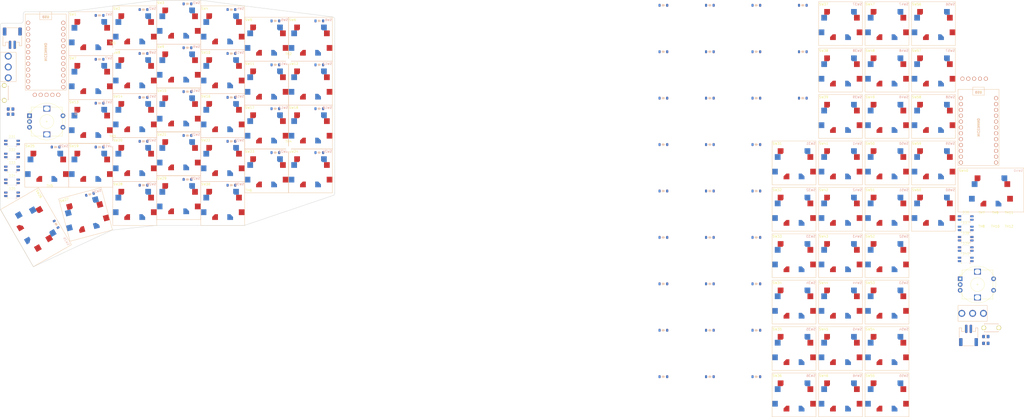
<source format=kicad_pcb>
(kicad_pcb (version 20221018) (generator pcbnew)
  (layers (0 "F.Cu" signal) (31 "B.Cu" signal) (34 "B.Paste" user) (35 "F.Paste" user) (36 "B.SilkS" user "B.Silkscreen") (37 "F.SilkS" user "F.Silkscreen") (38 "B.Mask" user) (39 "F.Mask" user) (44 "Edge.Cuts" user))
  (net 0 "")
  (net 1 "Net-(D1-A)")
  (net 2 "row4")
  (net 3 "row0")
  (net 4 "row1")
  (net 5 "Net-(D2-A)")
  (net 6 "row2")
  (net 7 "Net-(D3-A)")
  (net 8 "row3")
  (net 9 "Net-(D4-A)")
  (net 10 "Net-(D5-A)")
  (net 11 "Net-(D6-A)")
  (net 12 "Net-(D7-A)")
  (net 13 "Net-(D8-A)")
  (net 14 "Net-(D9-A)")
  (net 15 "VCC")
  (net 16 "GND")
  (net 17 "col0")
  (net 18 "col1")
  (net 19 "col2")
  (net 20 "col3")
  (net 21 "col4")
  (net 22 "SDA")
  (net 23 "LED")
  (net 24 "SCL")
  (net 25 "RESET")
  (net 26 "Net-(D10-A)")
  (net 27 "Net-(D11-A)")
  (net 28 "Net-(D12-A)")
  (net 29 "Net-(D13-A)")
  (net 30 "Net-(D14-A)")
  (net 31 "Net-(D15-A)")
  (net 32 "Net-(D25-A)")
  (net 33 "col5")
  (net 34 "ENCB")
  (net 35 "ENCA")
  (net 36 "Net-(D16-A)")
  (net 37 "Net-(D17-A)")
  (net 38 "Net-(D18-A)")
  (net 39 "Net-(D20-A)")
  (net 40 "Net-(D21-A)")
  (net 41 "Net-(D22-A)")
  (net 42 "Net-(D23-A)")
  (net 43 "Net-(D24-A)")
  (net 44 "Net-(D26-A)")
  (net 45 "Net-(D27-A)")
  (net 46 "Net-(D28-A)")
  (net 47 "Net-(D29-A)")
  (net 48 "Net-(D30-A)")
  (net 49 "Net-(D19-A)")
  (net 51 "Net-(D36-DOUT)")
  (net 52 "Net-(D37-DOUT)")
  (net 53 "Net-(D38-DOUT)")
  (net 54 "Net-(D39-DOUT)")
  (net 56 "Net-(D41-A)")
  (net 57 "Net-(D42-A)")
  (net 58 "Net-(D43-A)")
  (net 59 "Net-(D44-A)")
  (net 60 "Net-(D45-A)")
  (net 61 "Net-(D46-A)")
  (net 62 "BATT+")
  (net 63 "Net-(D47-A)")
  (net 64 "Net-(D48-A)")
  (net 65 "Net-(D49-A)")
  (net 66 "Net-(D50-A)")
  (net 67 "Net-(D51-A)")
  (net 68 "Net-(D52-A)")
  (net 69 "Net-(D53-A)")
  (net 70 "Net-(D54-A)")
  (net 71 "Net-(D55-A)")
  (net 72 "Net-(D56-A)")
  (net 73 "Net-(D57-A)")
  (net 74 "Net-(D58-A)")
  (net 75 "CS")
  (net 76 "Net-(D59-A)")
  (net 77 "Net-(D60-A)")
  (net 78 "Net-(D31-DOUT)")
  (net 79 "Net-(D32-DOUT)")
  (net 80 "Net-(D33-DOUT)")
  (net 81 "Net-(D34-DOUT)")
  (net 83 "Net-(J2-Pin_1)")
  (net 84 "Net-(D61-A)")
  (net 85 "Net-(D62-A)")
  (net 86 "Net-(D63-A)")
  (net 87 "Net-(D64-A)")
  (net 88 "Net-(D65-A)")
  (net 89 "Net-(D66-A)")
  (net 90 "Net-(D67-A)")
  (net 91 "Net-(D68-A)")
  (net 92 "Net-(D69-A)")
  (net 93 "Net-(D70-A)")
  (net 94 "Net-(J4-Pin_1)")
  (footprint "Mechanical_Switches:R_0805_2012Metric_Pad1.20x1.40mm_HandSolder_dualside" (layer "F.Cu") (at 85.725 84.975)
    (fp_text reference "R1" hide)
    (fp_text value "R" hide)
  )
  (footprint "Mechanical_Switches:R_0805_2012Metric_Pad1.20x1.40mm_HandSolder_dualside" (layer "F.Cu") (at 85.725 82.725)
    (fp_text reference "R2" hide)
    (fp_text value "R" hide)
  )
  (footprint "MountingHole:MountingHole_2.2mm_M2" (layer "F.Cu") (at 129.975 97.725)
    (fp_text reference "TH3")
    (fp_text value "HOLE")
  )
  (footprint "MountingHole:MountingHole_2.2mm_M2" (layer "F.Cu") (at 206.225 99.975)
    (fp_text reference "TH4")
    (fp_text value "HOLE")
  )
  (footprint "MountingHole:MountingHole_2.2mm_M2" (layer "F.Cu") (at 102.725 119.225)
    (fp_text reference "TH5")
    (fp_text value "HOLE")
  )
  (footprint "Mechanical_Switches:ResetSW_DualSide" (layer "F.Cu") (at 82.975 75.725 -90)
    (fp_text reference "RSW1" hide)
    (fp_text value "SW_RST" hide)
  )
  (footprint "Mechanical_Switches:Diode_SOD-123(dual side)" (layer "F.Cu") (at 120.5 50)
    (fp_text reference "D1" hide)
    (fp_text value "D")
  )
  (footprint "Mechanical_Switches:Diode_SOD-123(dual side)" (layer "F.Cu") (at 139.55 47.5)
    (fp_text reference "D2" hide)
    (fp_text value "D")
  )
  (footprint "Mechanical_Switches:Diode_SOD-123(dual side)" (layer "F.Cu") (at 158.6 45)
    (fp_text reference "D3" hide)
    (fp_text value "D")
  )
  (footprint "Mechanical_Switches:Diode_SOD-123(dual side)" (layer "F.Cu") (at 177.65 47.5)
    (fp_text reference "D4" hide)
    (fp_text value "D")
  )
  (footprint "Mechanical_Switches:Diode_SOD-123(dual side)" (layer "F.Cu") (at 196.7 52.4)
    (fp_text reference "D5" hide)
    (fp_text value "D")
  )
  (footprint "Mechanical_Switches:Diode_SOD-123(dual side)" (layer "F.Cu") (at 215.75 52.4)
    (fp_text reference "D6" hide)
    (fp_text value "D")
  )
  (footprint "Mechanical_Switches:Diode_SOD-123(dual side)" (layer "F.Cu") (at 120.5 69.05)
    (fp_text reference "D7" hide)
    (fp_text value "D")
  )
  (footprint "Mechanical_Switches:Diode_SOD-123(dual side)" (layer "F.Cu") (at 139.55 66.55)
    (fp_text reference "D8" hide)
    (fp_text value "D")
  )
  (footprint "Mechanical_Switches:Diode_SOD-123(dual side)" (layer "F.Cu") (at 158.6 64.05)
    (fp_text reference "D9" hide)
    (fp_text value "D")
  )
  (footprint "Mechanical_Switches:Diode_SOD-123(dual side)" (layer "F.Cu") (at 177.65 66.55)
    (fp_text reference "D10" hide)
    (fp_text value "D")
  )
  (footprint "Mechanical_Switches:Diode_SOD-123(dual side)" (layer "F.Cu") (at 196.7 71.45)
    (fp_text reference "D11" hide)
    (fp_text value "D")
  )
  (footprint "Mechanical_Switches:Diode_SOD-123(dual side)" (layer "F.Cu") (at 215.75 71.45)
    (fp_text reference "D12" hide)
    (fp_text value "D")
  )
  (footprint "Mechanical_Switches:Diode_SOD-123(dual side)" (layer "F.Cu") (at 120.5 88.1)
    (fp_text reference "D13" hide)
    (fp_text value "D")
  )
  (footprint "Mechanical_Switches:Diode_SOD-123(dual side)" (layer "F.Cu") (at 139.55 85.6)
    (fp_text reference "D14" hide)
    (fp_text value "D")
  )
  (footprint "Mechanical_Switches:Diode_SOD-123(dual side)" (layer "F.Cu") (at 158.6 83.1)
    (fp_text reference "D15" hide)
    (fp_text value "D")
  )
  (footprint "Mechanical_Switches:Diode_SOD-123(dual side)" (layer "F.Cu") (at 177.65 85.6)
    (fp_text reference "D16" hide)
    (fp_text value "D")
  )
  (footprint "Mechanical_Switches:Diode_SOD-123(dual side)" (layer "F.Cu") (at 196.7 90.5)
    (fp_text reference "D17" hide)
    (fp_text value "D")
  )
  (footprint "Mechanical_Switches:Diode_SOD-123(dual side)" (layer "F.Cu") (at 215.75 90.5)
    (fp_text reference "D18" hide)
    (fp_text value "D")
  )
  (footprint "Mechanical_Switches:Diode_SOD-123(dual side)" (layer "F.Cu") (at 120.5 107.15)
    (fp_text reference "D19" hide)
    (fp_text value "D")
  )
  (footprint "Mechanical_Switches:Diode_SOD-123(dual side)" (layer "F.Cu") (at 139.55 104.65)
    (fp_text reference "D20" hide)
    (fp_text value "D")
  )
  (footprint "Mechanical_Switches:Diode_SOD-123(dual side)" (layer "F.Cu") (at 158.6 102.15)
    (fp_text reference "D21" hide)
    (fp_text value "D")
  )
  (footprint "Mechanical_Switches:Diode_SOD-123(dual side)" (layer "F.Cu") (at 177.65 104.65)
    (fp_text reference "D22" hide)
    (fp_text value "D")
  )
  (footprint "Mechanical_Switches:Diode_SOD-123(dual side)" (layer "F.Cu") (at 196.7 109.55)
    (fp_text reference "D23" hide)
    (fp_text value "D")
  )
  (footprint "Mechanical_Switches:Diode_SOD-123(dual side)" (layer "F.Cu") (at 215.75 109.55)
    (fp_text reference "D24" hide)
    (fp_text value "D")
  )
  (footprint "Mechanical_Switches:Diode_SOD-123(dual side)" (layer "F.Cu") (at 101.45 107.15)
    (fp_text reference "D25" hide)
    (fp_text value "D")
  )
  (footprint "Mechanical_Switches:Diode_SOD-123(dual side)" (layer "F.Cu") (at 96.71 133.4 -60)
    (fp_text reference "D26" hide)
    (fp_text value "D")
  )
  (footprint "Mechanical_Switches:Diode_SOD-123(dual side)" (layer "F.Cu") (at 118.5 128.4 15)
    (fp_text reference "D27" hide)
    (fp_text value "D")
  )
  (footprint "Mechanical_Switches:Diode_SOD-123(dual side)" (layer "F.Cu") (at 139.55 123.7)
    (fp_text reference "D28" hide)
    (fp_text value "D")
  )
  (footprint "Mechanical_Switches:Diode_SOD-123(dual side)" (layer "F.Cu") (at 158.6 121.2)
    (fp_text reference "D29" hide)
    (fp_text value "D")
  )
  (footprint "Mechanical_Switches:SW_MXHS_CHOCV1V2HS_1U" (layer "F.Cu") (at 120.5 50)
    (fp_text reference "SW1")
    (fp_text value "SW1")
  )
  (footprint "Mechanical_Switches:SW_MXHS_CHOCV1V2HS_1U" (layer "F.Cu") (at 139.55 47.5)
    (fp_text reference "SW2")
    (fp_text value "SW2")
  )
  (footprint "Mechanical_Switches:SW_MXHS_CHOCV1V2HS_1U" (layer "F.Cu") (at 158.6 45)
    (fp_text reference "SW3")
    (fp_text value "SW3")
  )
  (footprint "Mechanical_Switches:SW_MXHS_CHOCV1V2HS_1U" (layer "F.Cu") (at 177.65 47.5)
    (fp_text reference "SW4")
    (fp_text value "SW4")
  )
  (footprint "Mechanical_Switches:SW_MXHS_CHOCV1V2HS_1U" (layer "F.Cu") (at 196.7 52.4)
    (fp_text reference "SW5")
    (fp_text value "SW5")
  )
  (footprint "Mechanical_Switches:SW_MXHS_CHOCV1V2HS_1U" (layer "F.Cu") (at 120.5 69.05)
    (fp_text reference "SW7")
    (fp_text value "SW7")
  )
  (footprint "Mechanical_Switches:SW_MXHS_CHOCV1V2HS_1U" (layer "F.Cu") (at 139.55 66.55)
    (fp_text reference "SW8")
    (fp_text value "SW8")
  )
  (footprint "Mechanical_Switches:SW_MXHS_CHOCV1V2HS_1U" (layer "F.Cu") (at 158.6 64.05)
    (fp_text reference "SW9")
    (fp_text value "SW9")
  )
  (footprint "Mechanical_Switches:SW_MXHS_CHOCV1V2HS_1U" (layer "F.Cu") (at 177.65 66.55)
    (fp_text reference "SW10")
    (fp_text value "SW10")
  )
  (footprint "Mechanical_Switches:SW_MXHS_CHOCV1V2HS_1U" (layer "F.Cu") (at 196.7 71.45)
    (fp_text reference "SW11")
    (fp_text value "SW11")
  )
  (footprint "Mechanical_Switches:SW_MXHS_CHOCV1V2HS_1U" (layer "F.Cu") (at 215.75 71.45)
    (fp_text reference "SW12")
    (fp_text value "SW12")
  )
  (footprint "Mechanical_Switches:SW_MXHS_CHOCV1V2HS_1U" (layer "F.Cu") (at 120.5 88.1)
    (fp_text reference "SW13")
    (fp_text value "SW13")
  )
  (footprint "Mechanical_Switches:SW_MXHS_CHOCV1V2HS_1U" (layer "F.Cu") (at 139.55 85.6)
    (fp_text reference "SW14")
    (fp_text value "SW14")
  )
  (footprint "Mechanical_Switches:SW_MXHS_CHOCV1V2HS_1U" (layer "F.Cu") (at 158.6 83.1)
    (fp_text reference "SW15")
    (fp_text value "SW15")
  )
  (footprint "Mechanical_Switches:SW_MXHS_CHOCV1V2HS_1U" (layer "F.Cu") (at 177.65 85.6)
    (fp_text reference "SW16")
    (fp_text value "SW16")
  )
  (footprint "Mechanical_Switches:SW_MXHS_CHOCV1V2HS_1U" (layer "F.Cu") (at 196.7 90.5)
    (fp_text reference "SW17")
    (fp_text value "SW17")
  )
  (footprint "Mechanical_Switches:SW_MXHS_CHOCV1V2HS_1U" (layer "F.Cu") (at 215.75 90.5)
    (fp_text reference "SW18")
    (fp_text value "SW18")
  )
  (footprint "Mechanical_Switches:SW_MXHS_CHOCV1V2HS_1U" (layer "F.Cu") (at 120.5 107.15)
    (fp_text reference "SW19")
    (fp_text value "SW19")
  )
  (footprint "Mechanical_Switches:SW_MXHS_CHOCV1V2HS_1U" (layer "F.Cu") (at 139.55 104.65)
    (fp_text reference "SW20")
    (fp_text value "SW20")
  )
  (footprint "Mechanical_Switches:SW_MXHS_CHOCV1V2HS_1U" (layer "F.Cu") (at 158.6 102.15)
    (fp_text reference "SW21")
    (fp_text value "SW21")
  )
  (footprint "Mechanical_Switches:SW_MXHS_CHOCV1V2HS_1U" (layer "F.Cu") (at 177.65 104.65)
    (fp_text reference "SW22")
    (fp_text value "SW22")
  )
  (footprint "Mechanical_Switches:SW_MXHS_CHOCV1V2HS_1U" (layer "F.Cu") (at 196.7 109.55)
    (fp_text reference "SW23")
    (fp_text value "SW23")
  )
  (footprint "Mechanical_Switches:SW_MXHS_CHOCV1V2HS_1U" (layer "F.Cu") (at 215.75 109.55)
    (fp_text reference "SW24")
    (fp_text value "SW24")
  )
  (footprint "Mechanical_Switches:SW_MXHS_CHOCV1V2HS_1.5U" (layer "F.Cu") (at 96.71 134 -60)
    (fp_text reference "SW26")
    (fp_text value "SW26")
  )
  (footprint "Mechanical_Switches:SW_MXHS_CHOCV1V2HS_1U" (layer "F.Cu") (at 139.55 123.7)
    (fp_text reference "SW28")
    (fp_text value "SW28")
  )
  (footprint "Mechanical_Switches:SW_MXHS_CHOCV1V2HS_1U" (layer "F.Cu") (at 158.6 121.2)
    (fp_text reference "SW29")
    (fp_text value "SW29")
  )
  (footprint "MountingHole:MountingHole_2.2mm_M2" (layer "F.Cu") (at 130.025 57.239)
    (fp_text reference "TH1")
    (fp_text value "HOLE")
  )
  (footprint "Mechanical_Switches:Diode_SOD-123(dual side)" (layer "F.Cu") (at 177.65 123.7)
    (fp_text reference "D30" hide)
    (fp_text value "D")
  )
  (footprint "MountingHole:MountingHole_2.2mm_M2" (layer "F.Cu") (at 206.225 61.975)
    (fp_text reference "TH2")
    (fp_text value "HOLE")
  )
  (footprint "Mechanical_Switches:SW_MXHS_CHOCV1V2HS_1U" (layer "F.Cu") (at 101.45 107.15)
    (fp_text reference "SW25")
    (fp_text value "SW19")
  )
  (footprint "Mechanical_Switches:SW_MXHS_CHOCV1V2HS_1U" (layer "F.Cu") (at 177.65 123.7)
    (fp_text reference "SW30")
    (fp_text value "SW30")
  )
  (footprint "Mechanical_Switches:SW_MXHS_CHOCV1V2HS_1U" (layer "F.Cu") (at 118.25 128.45 15)
    (fp_text reference "SW27")
    (fp_text value "SW27")
  )
  (footprint "Mechanical_Switches:SW_MXHS_CHOCV1V2HS_1U" (layer "F.Cu") (at 215.75 52.4)
    (fp_text reference "SW6")
    (fp_text value "SW6")
  )
  (footprint "Mechanical_Switches:Diode_SOD-123(dual side)" (layer "F.Cu") (at 385.05 126.225)
    (fp_text reference "D54" hide)
    (fp_text value "D")
  )
  (footprint "RGB_LED:SK6812_Mini-E_DualSide" (layer "F.Cu") (at 499.775 130.041447)
    (fp_text reference "D36")
    (fp_text value "LED_SK6812MINI")
    (fp_line (start -1.796447 1.096447) (end -1.796447 -1.096447) (stroke (width 0.05)) (layer "Edge.Cuts"))
    (fp_line (start -1.296447 -1.596447) (end 1.296447 -1.596447) (stroke (width 0.05)) (layer "Edge.Cuts"))
    (fp_line (start 1.296447 1.596447) (end -1.296447 1.596447) (stroke (width 0.05)) (layer "Edge.Cuts"))
    (fp_line (start 1.796447 -1.096447) (end 1.796447 1.096447) (stroke (width 0.05)) (layer "Edge.Cuts"))
    (fp_arc (start -1.796447 -1.096447) (mid -1.650001 -1.450001) (end -1.296447 -1.596447) (stroke (width 0.05)) (layer "Edge.Cuts"))
    (fp_arc (start -1.296447 1.596447) (mid -1.650001 1.450001) (end -1.796447 1.096447) (stroke (width 0.05)) (layer "Edge.Cuts"))
    (fp_arc (start 1.296447 -1.596447) (mid 1.650001 -1.450001) (end 1.796447 -1.096447) (stroke (width 0.05)) (layer "Edge.Cuts"))
    (fp_arc (start 1.796447 1.096447) (mid 1.650001 1.450001) (end 1.296447 1.596447) (stroke (width 0.05)) (layer "Edge.Cuts"))
  )
  (footprint "Mechanical_Switches:SW_MXHS_CHOCV1V2HS_1U" (layer "F.Cu") (at 465.65 166.525)
    (fp_text reference "SW53")
    (fp_text value "SW17")
  )
  (footprint "Mechanical_Switches:SLW-1276864-4A-D" (layer "F.Cu") (at 84.725 64.475 -90)
    (fp_text reference "PWR_SW1" hide)
    (fp_text value "Switch" hide)
  )
  (footprint "Mechanical_Switches:JST_PH_S2B-PH-SM4-TB_1x02-1MP_P2.00mm_Horizontal_DualSide" (layer "F.Cu") (at 86.5 52 180)
    (fp_text reference "J2" hide)
    (fp_text value "Conn_01x02")
  )
  (footprint "Mechanical_Switches:SW_MXHS_CHOCV1V2HS_1.5U" (layer "F.Cu") (at 510.7125 117.845)
    (fp_text reference "SW40")
    (fp_text value "SW26")
  )
  (footprint "Mechanical_Switches:Diode_SOD-123(dual side)" (layer "F.Cu") (at 405.2 106.075)
    (fp_text reference "D62" hide)
    (fp_text value "D")
  )
  (footprint "Mechanical_Switches:NICE!VIEW" (layer "F.Cu") (at 101.323 76.543)
    (fp_text reference "J1" hide)
    (fp_text value "Conn_01x05" hide)
  )
  (footprint "Mechanical_Switches:RotaryEncoder_Alps_EC12E-Switch_Vertical_H20mm" (layer "F.Cu") (at 504.875 158.9)
    (fp_text reference "EC2" hide)
    (fp_text value "Rotary_Encoder_Switch" hide)
  )
  (footprint "Mechanical_Switches:Diode_SOD-123(dual side)" (layer "F.Cu") (at 364.9 65.775)
    (fp_text reference "D42" hide)
    (fp_text value "D")
  )
  (footprint "Mechanical_Switches:SW_MXHS_CHOCV1V2HS_1U" (layer "F.Cu") (at 445.5 166.525)
    (fp_text reference "SW44")
    (fp_text value "SW21")
  )
  (footprint "Mechanical_Switches:Diode_SOD-123(dual side)" (layer "F.Cu") (at 425.35 65.775)
    (fp_text reference "D69" hide)
    (fp_text value "D")
  )
  (footprint "Mechanical_Switches:SW_MXHS_CHOCV1V2HS_1U" (layer "F.Cu") (at 465.65 85.925)
    (fp_text reference "SW49")
    (fp_text value "SW22")
  )
  (footprint "Mechanical_Switches:SW_MXHS_CHOCV1V2HS_1U" (layer "F.Cu") (at 465.65 186.675)
    (fp_text reference "SW54")
    (fp_text value "SW23")
  )
  (footprint "Mechanical_Switches:NICE!VIEW" (layer "F.Cu") (at 503.425 69.56)
    (fp_text reference "J3" hide)
    (fp_text value "Conn_01x05" hide)
  )
  (footprint "Mechanical_Switches:Diode_SOD-123(dual side)" (layer "F.Cu") (at 405.2 186.675)
    (fp_text reference "D66" hide)
    (fp_text value "D")
  )
  (footprint "Mechanical_Switches:Diode_SOD-123(dual side)" (layer "F.Cu") (at 405.2 65.775)
    (fp_text reference "D60" hide)
    (fp_text value "D")
  )
  (footprint "RGB_LED:SK6812_Mini-E_DualSide" (layer "F.Cu") (at 499.775 134.528994)
    (fp_text reference "D37")
    (fp_text value "LED_SK6812MINI")
    (fp_line (start -1.796447 1.096447) (end -1.796447 -1.096447) (stroke (width 0.05)) (layer "Edge.Cuts"))
    (fp_line (start -1.296447 -1.596447) (end 1.296447 -1.596447) (stroke (width 0.05)) (layer "Edge.Cuts"))
    (fp_line (start 1.296447 1.596447) (end -1.296447 1.596447) (stroke (width 0.05)) (layer "Edge.Cuts"))
    (fp_line (start 1.796447 -1.096447) (end 1.796447 1.096447) (stroke (width 0.05)) (layer "Edge.Cuts"))
    (fp_arc (start -1.796447 -1.096447) (mid -1.650001 -1.450001) (end -1.296447 -1.596447) (stroke (width 0.05)) (layer "Edge.Cuts"))
    (fp_arc (start -1.296447 1.596447) (mid -1.650001 1.450001) (end -1.796447 1.096447) (stroke (width 0.05)) (layer "Edge.Cuts"))
    (fp_arc (start 1.296447 -1.596447) (mid 1.650001 -1.450001) (end 1.796447 -1.096447) (stroke (width 0.05)) (layer "Edge.Cuts"))
    (fp_arc (start 1.796447 1.096447) (mid 1.650001 1.450001) (end 1.296447 1.596447) (stroke (width 0.05)) (layer "Edge.Cuts"))
  )
  (footprint "Mechanical_Switches:SW_MXHS_CHOCV1V2HS_1U" (layer "F.Cu") (at 445.5 186.675)
    (fp_text reference "SW45")
    (fp_text value "SW27")
  )
  (footprint "RGB_LED:SK6812_Mini-E_DualSide" (layer "F.Cu") (at 499.775 143.504088)
    (fp_text reference "D39")
    (fp_text value "LED_SK6812MINI")
    (fp_line (start -1.796447 1.096447) (end -1.796447 -1.096447) (stroke (width 0.05)) (layer "Edge.Cuts"))
    (fp_line (start -1.296447 -1.596447) (end 1.296447 -1.596447) (stroke (width 0.05)) (layer "Edge.Cuts"))
    (fp_line (start 1.296447 1.596447) (end -1.296447 1.596447) (stroke (width 0.05)) (layer "Edge.Cuts"))
    (fp_line (start 1.796447 -1.096447) (end 1.796447 1.096447) (stroke (width 0.05)) (layer "Edge.Cuts"))
    (fp_arc (start -1.796447 -1.096447) (mid -1.650001 -1.450001) (end -1.296447 -1.596447) (stroke (width 0.05)) (layer "Edge.Cuts"))
    (fp_arc (start -1.296447 1.596447) (mid -1.650001 1.450001) (end -1.796447 1.096447) (stroke (width 0.05)) (layer "Edge.Cuts"))
    (fp_arc (start 1.296447 -1.596447) (mid 1.650001 -1.450001) (end 1.796447 -1.096447) (stroke (width 0.05)) (layer "Edge.Cuts"))
    (fp_arc (start 1.796447 1.096447) (mid 1.650001 1.450001) (end 1.296447 1.596447) (stroke (width 0.05)) (layer "Edge.Cuts"))
  )
  (footprint "Mechanical_Switches:SW_MXHS_CHOCV1V2HS_1U" (layer "F.Cu") (at 465.65 206.825)
    (fp_text reference "SW55")
    (fp_text value "SW29")
  )
  (footprint "Mechanical_Switches:Diode_SOD-123(dual side)" (layer "F.Cu") (at 364.9 126.225)
    (fp_text reference "D45" hide)
    (fp_text value "D")
  )
  (footprint "RGB_LED:SK6812_Mini-E_DualSide" (layer "F.Cu") (at 499.775 147.991635)
    (fp_text reference "D40")
    (fp_text value "LED_SK6812MINI")
    (fp_line (start -1.796447 1.096447) (end -1.796447 -1.096447) (stroke (width 0.05)) (layer "Edge.Cuts"))
    (fp_line (start -1.296447 -1.596447) (end 1.296447 -1.596447) (stroke (width 0.05)) (layer "Edge.Cuts"))
    (fp_line (start 1.296447 1.596447) (end -1.296447 1.596447) (stroke (width 0.05)) (layer "Edge.Cuts"))
    (fp_line (start 1.796447 -1.096447) (end 1.796447 1.096447) (stroke (width 0.05)) (layer "Edge.Cuts"))
    (fp_arc (start -1.796447 -1.096447) (mid -1.650001 -1.450001) (end -1.296447 -1.596447) (stroke (width 0.05)) (layer "Edge.Cuts"))
    (fp_arc (start -1.296447 1.596447) (mid -1.650001 1.450001) (end -1.796447 1.096447) (stroke (width 0.05)) (layer "Edge.Cuts"))
    (fp_arc (start 1.296447 -1.596447) (mid 1.650001 -1.450001) (end 1.796447 -1.096447) (stroke (width 0.05)) (layer "Edge.Cuts"))
    (fp_arc (start 1.796447 1.096447) (mid 1.650001 1.450001) (end 1.296447 1.596447) (stroke (width 0.05)) (layer "Edge.Cuts"))
  )
  (footprint "Mechanical_Switches:SW_MXHS_CHOCV1V2HS_1U" (layer "F.Cu") (at 445.5 85.925)
    (fp_text reference "SW39")
    (fp_text value "SW20")
  )
  (footprint "RGB_LED:SK6812_Mini-E_DualSide" (layer "F.Cu") (at 86.347 102.85)
    (fp_text reference "D32")
    (fp_text value "LED_SK6812MINI")
    (fp_line (start -1.796447 1.096447) (end -1.796447 -1.096447) (stroke (width 0.05)) (layer "Edge.Cuts"))
    (fp_line (start -1.296447 -1.596447) (end 1.296447 -1.596447) (stroke (width 0.05)) (layer "Edge.Cuts"))
    (fp_line (start 1.296447 1.596447) (end -1.296447 1.596447) (stroke (width 0.05)) (layer "Edge.Cuts"))
    (fp_line (start 1.796447 -1.096447) (end 1.796447 1.096447) (stroke (width 0.05)) (layer "Edge.Cuts"))
    (fp_arc (start -1.796447 -1.096447) (mid -1.650001 -1.450001) (end -1.296447 -1.596447) (stroke (width 0.05)) (layer "Edge.Cuts"))
    (fp_arc (start -1.296447 1.596447) (mid -1.650001 1.450001) (end -1.796447 1.096447) (stroke (width 0.05)) (layer "Edge.Cuts"))
    (fp_arc (start 1.296447 -1.596447) (mid 1.650001 -1.450001) (end 1.796447 -1.096447) (stroke (width 0.05)) (layer "Edge.Cuts"))
    (fp_arc (start 1.796447 1.096447) (mid 1.650001 1.450001) (end 1.296447 1.596447) (stroke (width 0.05)) (layer "Edge.Cuts"))
  )
  (footprint "Mechanical_Switches:SW_MXHS_CHOCV1V2HS_1U" (layer "F.Cu") (at 445.5 126.225)
    (fp_text reference "SW42")
    (fp_text value "SW9")
  )
  (footprint "Mechanical_Switches:NICE!NANO" (layer "F.Cu") (at 505.315 90.71)
    (fp_text reference "U2" hide)
    (fp_text value "NICE!NANO" hide)
  )
  (footprint "Mechanical_Switches:SW_MXHS_CHOCV1V2HS_1U" (layer "F.Cu") (at 425.35 146.375)
    (fp_text reference "SW33")
    (fp_text value "SW13")
  )
  (footprint "RGB_LED:SK6812_Mini-E_DualSide" (layer "F.Cu") (at 499.775 139.016541)
    (fp_text reference "D38")
    (fp_text value "LED_SK6812MINI")
    (fp_line (start -1.796447 1.096447) (end -1.796447 -1.096447) (stroke (width 0.05)) (layer "Edge.Cuts"))
    (fp_line (start -1.296447 -1.596447) (end 1.296447 -1.596447) (stroke (width 0.05)) (layer "Edge.Cuts"))
    (fp_line (start 1.296447 1.596447) (end -1.296447 1.596447) (stroke (width 0.05)) (layer "Edge.Cuts"))
    (fp_line (start 1.796447 -1.096447) (end 1.796447 1.096447) (stroke (width 0.05)) (layer "Edge.Cuts"))
    (fp_arc (start -1.796447 -1.096447) (mid -1.650001 -1.450001) (end -1.296447 -1.596447) (stroke (width 0.05)) (layer "Edge.Cuts"))
    (fp_arc (start -1.296447 1.596447) (mid -1.650001 1.450001) (end -1.796447 1.096447) (stroke (width 0.05)) (layer "Edge.Cuts"))
    (fp_arc (start 1.296447 -1.596447) (mid 1.650001 -1.450001) (end 1.796447 -1.096447) (stroke (width 0.05)) (layer "Edge.Cuts"))
    (fp_arc (start 1.796447 1.096447) (mid 1.650001 1.450001) (end 1.296447 1.596447) (stroke (width 0.05)) (layer "Edge.Cuts"))
  )
  (footprint "Mechanical_Switches:SW_MXHS_CHOCV1V2HS_1U" (layer "F.Cu") (at 425.35 186.675)
    (fp_text reference "SW35")
    (fp_text value "SW19")
  )
  (footprint "Mechanical_Switches:Diode_SOD-123(dual side)" (layer "F.Cu") (at 364.9 166.525)
    (fp_text reference "D47" hide)
    (fp_text value "D")
  )
  (footprint "MountingHole:MountingHole_2.2mm_M2" (layer "F.Cu") (at 506.65 130.895)
    (fp_text reference "TH7")
    (fp_text value "HOLE")
  )
  (footprint "Mechanical_Switches:R_0805_2012Metric_Pad1.20x1.40mm_HandSolder_dualside" (layer "F.Cu") (at 508.5 181.475)
    (fp_text reference "R3" hide)
    (fp_text value "R" hide)
  )
  (footprint "Mechanical_Switches:Diode_SOD-123(dual side)" (layer "F.Cu") (at 405.2 146.375)
    (fp_text reference "D64" hide)
    (fp_text value "D")
  )
  (footprint "Mechanical_Switches:Diode_SOD-123(dual side)" (layer "F.Cu") (at 425.35 45.625)
    (fp_text reference "D68" hide)
    (fp_text value "D")
  )
  (footprint "Mechanical_Switches:Diode_SOD-123(dual side)" (layer "F.Cu") (at 405.2 166.525)
    (fp_text reference "D65" hide)
    (fp_text value "D")
  )
  (footprint "Mechanical_Switches:SW_MXHS_CHOCV1V2HS_1U" (layer "F.Cu") (at 445.5 146.375)
    (fp_text reference "SW43")
    (fp_text value "SW15")
  )
  (footprint "Mechanical_Switches:SW_MXHS_CHOCV1V2HS_1U" (layer "F.Cu") (at 485.8 126.225)
    (fp_text reference "SW60")
    (fp_text value "SW30")
  )
  (footprint "RGB_LED:SK6812_Mini-E_DualSide" (layer "F.Cu") (at 86.347 97.225)
    (fp_text reference "D31")
    (fp_text value "LED_SK6812MINI")
    (fp_line (start -1.796447 1.096447) (end -1.796447 -1.096447) (stroke (width 0.05)) (layer "Edge.Cuts"))
    (fp_line (start -1.296447 -1.596447) (end 1.296447 -1.596447) (stroke (width 0.05)) (layer "Edge.Cuts"))
    (fp_line (start 1.296447 1.596447) (end -1.296447 1.596447) (stroke (width 0.05)) (layer "Edge.Cuts"))
    (fp_line (start 1.796447 -1.096447) (end 1.796447 1.096447) (stroke (width 0.05)) (layer "Edge.Cuts"))
    (fp_arc (start -1.796447 -1.096447) (mid -1.650001 -1.450001) (end -1.296447 -1.596447) (stroke (width 0.05)) (layer "Edge.Cuts"))
    (fp_arc (start -1.296447 1.596447) (mid -1.650001 1.450001) (end -1.796447 1.096447) (stroke (width 0.05)) (layer "Edge.Cuts"))
    (fp_arc (start 1.296447 -1.596447) (mid 1.650001 -1.450001) (end 1.796447 -1.096447) (stroke (width 0.05)) (layer "Edge.Cuts"))
    (fp_arc (start 1.796447 1.096447) (mid 1.650001 1.450001) (end 1.296447 1.596447) (stroke (width 0.05)) (layer "Edge.Cuts"))
  )
  (footprint "RGB_LED:SK6812_Mini-E_DualSide" (layer "F.Cu") (at 86.347 119.725)
    (fp_text reference "D35")
    (fp_text value "LED_SK6812MINI")
    (fp_line (start -1.796447 1.096447) (end -1.796447 -1.096447) (stroke (width 0.05)) (layer "Edge.Cuts"))
    (fp_line (start -1.296447 -1.596447) (end 1.296447 -1.596447) (stroke (width 0.05)) (layer "Edge.Cuts"))
    (fp_line (start 1.296447 1.596447) (end -1.296447 1.596447) (stroke (width 0.05)) (layer "Edge.Cuts"))
    (fp_line (start 1.796447 -1.096447) (end 1.796447 1.096447) (stroke (width 0.05)) (layer "Edge.Cuts"))
    (fp_arc (start -1.796447 -1.096447) (mid -1.650001 -1.450001) (end -1.296447 -1.596447) (stroke (width 0.05)) (layer "Edge.Cuts"))
    (fp_arc (start -1.296447 1.596447) (mid -1.650001 1.450001) (end -1.796447 1.096447) (stroke (width 0.05)) (layer "Edge.Cuts"))
    (fp_arc (start 1.296447 -1.596447) (mid 1.650001 -1.450001) (end 1.796447 -1.096447) (stroke (width 0.05)) (layer "Edge.Cuts"))
    (fp_arc (start 1.796447 1.096447) (mid 1.650001 1.450001) (end 1.296447 1.596447) (stroke (width 0.05)) (layer "Edge.Cuts"))
  )
  (footprint "MountingHole:MountingHole_2.2mm_M2" (layer "F.Cu") (at 518.55 130.895)
    (fp_text reference "TH11")
    (fp_text value "HOLE")
  )
  (footprint "Mechanical_Switches:SW_MXHS_CHOCV1V2HS_1U" (layer "F.Cu") (at 465.65 65.775)
    (fp_text reference "SW48")
    (fp_text value "SW16")
  )
  (footprint "Mechanical_Switches:Diode_SOD-123(dual side)" (layer "F.Cu") (at 385.05 146.375)
    (fp_text reference "D55" hide)
    (fp_text value "D")
  )
  (footprint "MountingHole:MountingHole_2.2mm_M2" (layer "F.Cu") (at 512.6 130.895)
    (fp_text reference "TH9")
    (fp_text value "HOLE")
  )
  (footprint "Mechanical_Switches:Diode_SOD-123(dual side)" (layer "F.Cu") (at 405.2 85.925)
    (fp_text reference "D61" hide)
    (fp_text value "D")
  )
  (footprint "Mechanical_Switches:SW_MXHS_CHOCV1V2HS_1U" (layer "F.Cu") (at 425.35 166.525)
    (fp_text reference "SW34")
    (fp_text value "SW19")
  )
  (footprint "Mechanical_Switches:SW_MXHS_CHOCV1V2HS_1U" (layer "F.Cu") (at 465.65 146.375)
    (fp_text reference "SW52")
    (fp_text value "SW11")
  )
  (footprint "Mechanical_Switches:SW_MXHS_CHOCV1V2HS_1U" (layer "F.Cu") (at 425.35 106.075)
    (fp_text reference "SW31")
    (fp_text value "SW1")
  )
  (footprint "MountingHole:MountingHole_2.2mm_M2" (layer "F.Cu") (at 518.55 136.845)
    (fp_text reference "TH12")
    (fp_text value "HOLE")
  )
  (footprint "Mechanical_Switches:SW_MXHS_CHOCV1V2HS_1U" (layer "F.Cu") (at 425.35 126.225)
    (fp_text reference "SW32")
    (fp_text value "SW7")
  )
  (footprint "Mechanical_Switches:SW_MXHS_CHOCV1V2HS_1U" (layer "F.Cu") (at 485.8 65.775)
    (fp_text reference "SW57")
    (fp_text value "SW12")
  )
  (footprint "RGB_LED:SK6812_Mini-E_DualSide" (layer "F.Cu") (at 86.347 114.1)
    (fp_text reference "D34")
    (fp_text value "LED_SK6812MINI")
    (fp_line (start -1.796447 1.096447) (end -1.796447 -1.096447) (stroke (width 0.05)) (layer "Edge.Cuts"))
    (fp_line (start -1.296447 -1.596447) (end 1.296447 -1.596447) (stroke (width 0.05)) (layer "Edge.Cuts"))
    (fp_line (start 1.296447 1.596447) (end -1.296447 1.596447) (stroke (width 0.05)) (layer "Edge.Cuts"))
    (fp_line (start 1.796447 -1.096447) (end 1.796447 1.096447) (stroke (width 0.05)) (layer "Edge.Cuts"))
    (fp_arc (start -1.796447 -1.096447) (mid -1.650001 -1.450001) (end -1.296447 -1.596447) (stroke (width 0.05)) (layer "Edge.Cuts"))
    (fp_arc (start -1.296447 1.596447) (mid -1.650001 1.450001) (end -1.796447 1.096447) (stroke (width 0.05)) (layer "Edge.Cuts"))
    (fp_arc (start 1.296447 -1.596447) (mid 1.650001 -1.450001) (end 1.796447 -1.096447) (stroke (width 0.05)) (layer "Edge.Cuts"))
    (fp_arc (start 1.796447 1.096447) (mid 1.650001 1.450001) (end 1.296447 1.596447) (stroke (width 0.05)) (layer "Edge.Cuts"))
  )
  (footprint "Mechanical_Switches:Diode_SOD-123(dual side)" (layer "F.Cu") (at 385.05 106.075)
    (fp_text reference "D53" hide)
    (fp_text value "D")
  )
  (footprint "MountingHole:MountingHole_2.2mm_M2" (layer "F.Cu") (at 506.65 136.845)
    (fp_text reference "TH8")
    (fp_text value "HOLE")
  )
  (footprint "Mechanical_Switches:Diode_SOD-123(dual side)" (layer "F.Cu") (at 385.05 65.775)
    (fp_text reference "D51" hide)
    (fp_text value "D")
  )
  (footprint "Mechanical_Switches:Diode_SOD-123(dual side)" (layer "F.Cu") (at 364.9 85.925)
    (fp_text reference "D43" hide)
    (fp_text value "D")
  )
  (footprint "Mechanical_Switches:Diode_SOD-123(dual side)" (layer "F.Cu") (at 425.35 85.925)
    (fp_text reference "D70" hide)
    (fp_text value "D")
  )
  (footprint "Mechanical_Switches:Diode_SOD-123(dual side)" (layer "F.Cu") (at 364.9 186.675)
    (fp_text reference "D48" hide)
    (fp_text value "D")
  )
  (footprint "Mechanical_Switches:RotaryEncoder_Alps_EC12E-Switch_Vertical_H20mm" (layer "F.Cu") (at 101.45 88.145)
    (fp_text reference "EC1" hide)
    (fp_text value "Rotary_Encoder_Switch" hide)
  )
  (footprint "Mechanical_Switches:Diode_SOD-123(dual side)" (layer "F.Cu") (at 405.2 126.225)
    (fp_text reference "D63" hide)
    (fp_text value "D")
  )
  (footprint "Mechanical_Switches:SW_MXHS_CHOCV1V2HS_1U" (layer "F.Cu") (at 485.8 106.075)
    (fp_text reference "SW59")
    (fp_text value "SW24")
  )
  (footprint "Mechanical_Switches:SW_MXHS_CHOCV1V2HS_1U" (layer "F.Cu") (at 445.5 45.625)
    (fp_text reference "SW37")
    (fp_text value "SW8")
  )
  (footprint "Mechanical_Switches:Diode_SOD-123(dual side)" (layer "F.Cu") (at 364.9 206.825)
    (fp_text reference "D49" hide)
    (fp_text value "D")
  )
  (footprint "Mechanical_Switches:Diode_SOD-123(dual side)" (layer "F.Cu") (at 385.05 186.675)
    (fp_text reference "D57" hide)
    (fp_text value "D")
  )
  (footprint "MountingHole:MountingHole_2.2mm_M2" (layer "F.Cu") (at 188.975 121.225)
    (fp_text reference "TH6")
    (fp_text value "HOLE")
  )
  (footprint "Mechanical_Switches:SW_MXHS_CHOCV1V2HS_1U" (layer "F.Cu") (at 425.35 206.825)
    (fp_text reference "SW36")
    (fp_text value "SW2")
  )
  (footprint "Mechanical_Switches:Diode_SOD-123(dual side)" (layer "F.Cu") (at 385.05 45.625)
    (fp_text reference "D50" hide)
    (fp_text value "D")
  )
  (footprint "Mechanical_Switches:Diode_SOD-123(dual side)" (layer "F.Cu") (at 385.05 85.925)
    (fp_text reference "D52" hide)
    (fp_text value "D")
  )
  (footprint "RGB_LED:SK6812_Mini-E_DualSide" (layer "F.Cu") (at 86.347 108.475)
    (fp_text reference "D33")
    (fp_text value "LED_SK6812MINI")
    (fp_line (start -1.796447 1.096447) (end -1.796447 -1.096447) (stroke (width 0.05)) (layer "Edge.Cuts"))
    (fp_line (start -1.296447 -1.596447) (end 1.296447 -1.596447) (stroke (width 0.05)) (layer "Edge.Cuts"))
    (fp_line (start 1.296447 1.596447) (end -1.296447 1.596447) (stroke (width 0.05)) (layer "Edge.Cuts"))
    (fp_line (start 1.796447 -1.096447) (end 1.796447 1.096447) (stroke (width 0.05)) (layer "Edge.Cuts"))
    (fp_arc (start -1.796447 -1.096447) (mid -1.650001 -1.450001) (end -1.296447 -1.596447) (stroke (width 0.05)) (layer "Edge.Cuts"))
    (fp_arc (start -1.296447 1.596447) (mid -1.650001 1.450001) (end -1.796447 1.096447) (stroke (width 0.05)) (layer "Edge.Cuts"))
    (fp_arc (start 1.296447 -1.596447) (mid 1.650001 -1.450001) (end 1.796447 -1.096447) (stroke (width 0.05)) (layer "Edge.Cuts"))
    (fp_arc (start 1.796447 1.096447) (mid 1.650001 1.450001) (end 1.296447 1.596447) (stroke (width 0.05)) (layer "Edge.Cuts"))
  )
  (footprint "Mechanical_Switches:SW_MXHS_CHOCV1V2HS_1U" (layer "F.Cu") (at 485.8 85.925)
    (fp_text reference "SW58")
    (fp_text value "SW18")
  )
  (footprint "Mechanical_Switches:NICE!NANO" (layer "F.Cu") (at 100.955 57.995)
    (fp_text reference "U1" hide)
    (fp_text value "NICE!NANO" hide)
  )
  (footprint "Mechanical_Switches:Diode_SOD-123(dual side)" (layer "F.Cu") (at 405.2 206.825)
    (fp_text reference "D67" hide)
    (fp_text value "D")
  )
  (footprint "Mechanical_Switches:Diode_SOD-123(dual side)" (layer "F.Cu") (at 405.2 45.625)
    (fp_text reference "D59" hide)
    (fp_text value "D")
  )
  (footprint "Mechanical_Switches:SW_MXHS_CHOCV1V2HS_1U" (layer "F.Cu") (at 465.65 126.225)
    (fp_text reference "SW51")
    (fp_text value "SW5")
  )
  (footprint "Mechanical_Switches:SLW-1276864-4A-D" (layer "F.Cu") (at 502.775 171.4)
    (fp_text reference "PWR_SW2" hide)
    (fp_text value "Switch" hide)
  )
  (footprint "Mechanical_Switches:Diode_SOD-123(dual side)" (layer "F.Cu") (at 385.05 166.525)
    (fp_text reference "D56" hide)
    (fp_text value "D")
  )
  (footprint "Mechanical_Switches:ResetSW_DualSide" (layer "F.Cu") (at 510.875 177.675)
    (fp_text reference "RSW2" hide)
    (fp_text value "SW_RST" hide)
  )
  (footprint "MountingHole:MountingHole_2.2mm_M2" (layer "F.Cu") (at 512.6 136.845)
    (fp_text reference "TH10")
    (fp_text value "HOLE")
  )
  (footprint "Mechanical_Switches:SW_MXHS_CHOCV1V2HS_1U" (layer "F.Cu") (at 465.65 106.075)
    (fp_text reference "SW50")
    (fp_text value "SW28")
  )
  (footprint "Mechanical_Switches:SW_MXHS_CHOCV1V2HS_1U" (layer "F.Cu") (at 465.65 45.625)
    (fp_text reference "SW47")
    (fp_text value "SW10")
  )
  (footprint "Mechanical_Switches:SW_MXHS_CHOCV1V2HS_1U" (layer "F.Cu") (at 445.5 206.825)
    (fp_text reference "SW46")
    (fp_text value "SW4")
  )
  (footprint "Mechanical_Switches:Diode_SOD-123(dual side)" (layer "F.Cu") (at 364.9 45.625)
    (fp_text reference "D41" hide)
    (fp_text value "D")
  )
  (footprint "Mechanical_Switches:JST_PH_S2B-PH-SM4-TB_1x02-1MP_P2.00mm_Horizontal_DualSide" (layer "F.Cu") (at 501 180.975)
    (fp_text reference "J4" hide)
    (fp_text value "Conn_01x02")
  )
  (footprint "Mechanical_Switches:Diode_SOD-123(dual side)" (layer "F.Cu") (at 364.9 106.075)
    (fp_text reference "D44" hide)
    (fp_text value "D")
  )
  (footprint "Mechanical_Switches:SW_MXHS_CHOCV1V2HS_1U" (layer "F.Cu") (at 445.5 106.075)
    (fp_text reference "SW41")
    (fp_text value "SW3")
  )
  (footprint "Mechanical_Switches:SW_MXHS_CHOCV1V2HS_1U" (layer "F.Cu") (at 445.5 65.775)
    (fp_text reference "SW38")
    (fp_text value "SW14")
  )
  (footprint "Mechanical_Switches:Diode_SOD-123(dual side)" (layer "F.Cu") (at 385.05 206.825)
    (fp_text reference "D58" hide)
    (fp_text value "D")
  )
  (footprint "Mechanical_Switches:Diode_SOD-123(dual side)" (layer "F.Cu") (at 364.9 146.375)
    (fp_text reference "D46" hide)
    (fp_text value "D")
  )
  (footprint "Mechanical_Switches:SW_MXHS_CHOCV1V2HS_1U" (layer "F.Cu") (at 485.8 45.625)
    (fp_text reference "SW56")
    (fp_text value "SW6")
  )
  (footprint "Mechanical_Switches:R_0805_2012Metric_Pad1.20x1.40mm_HandSolder_dualside" (layer "F.Cu") (at 508.5 184.425)
    (fp_text reference "R4" hide)
    (fp_text value "R" hide)
  )
  (gr_line (start 225.479662 120.24365) (end 187.175 133.20625) (stroke (width 0.15)) (layer "Edge.Cuts"))
  (gr_line (start 168.125 35.475) (end 187.175 37.975) (stroke (width 0.15)) (layer "Edge.Cuts"))
  (gr_line (start 92.225 40.475) (end 110.975 40.475) (stroke (width 0.15)) (layer "Edge.Cuts"))
  (gr_line (start 226.226249 43.725) (end 226.275 119.225) (stroke (width 0.15)) (layer "Edge.Cuts"))
  (gr_line (start 81.225 125.725) (end 81.225 46.475) (stroke (width 0.15)) (layer "Edge.Cuts"))
  (gr_arc (start 81.225 46.475) (mid 81.517893 45.767893) (end 82.225 45.475) (stroke (width 0.15)) (layer "Edge.Cuts"))
  (gr_line (start 111.223069 40.459556) (end 149.075 35.475) (stroke (width 0.15)) (layer "Edge.Cuts"))
  (gr_arc (start 81.330573 126.172214) (mid 81.251751 125.954753) (end 81.225 125.725) (stroke (width 0.15)) (layer "Edge.Cuts"))
  (gr_line (start 149.075 35.475) (end 168.125 35.475) (stroke (width 0.15)) (layer "Edge.Cuts"))
  (gr_line (start 129.340641 135.456283) (end 95.608142 151.175) (stroke (width 0.15)) (layer "Edge.Cuts"))
  (gr_line (start 91.225 44.475) (end 91.225 41.475) (stroke (width 0.15)) (layer "Edge.Cuts"))
  (gr_line (start 148.975 133.225) (end 130.225 135.200847) (stroke (width 0.15)) (layer "Edge.Cuts"))
  (gr_arc (start 225.275 42.725) (mid 225.950452 43.034914) (end 226.226249 43.725) (stroke (width 0.15)) (layer "Edge.Cuts"))
  (gr_line (start 95.608142 151.175) (end 81.330573 126.172214) (stroke (width 0.15)) (layer "Edge.Cuts"))
  (gr_arc (start 148.975 133.225001) (mid 149.149668 133.20884) (end 149.325078 133.210069) (stroke (width 0.15)) (layer "Edge.Cuts"))
  (gr_arc (start 91.225 41.475) (mid 91.517893 40.767893) (end 92.225 40.475) (stroke (width 0.15)) (layer "Edge.Cuts"))
  (gr_arc (start 111.223069 40.459556) (mid 111.099275 40.471135) (end 110.975 40.475) (stroke (width 0.15)) (layer "Edge.Cuts"))
  (gr_arc (start 91.225 44.475) (mid 90.932107 45.182107) (end 90.225 45.475) (stroke (width 0.15)) (layer "Edge.Cuts"))
  (gr_arc (start 226.275 119.225) (mid 226.052616 119.871183) (end 225.479662 120.24365) (stroke (width 0.15)) (layer "Edge.Cuts"))
  (gr_line (start 187.175 133.20625) (end 149.325078 133.210069) (stroke (width 0.15)) (layer "Edge.Cuts"))
  (gr_arc (start 129.340641 135.456283) (mid 129.771136 135.288112) (end 130.225 135.200847) (stroke (width 0.15)) (layer "Edge.Cuts"))
  (gr_line (start 187.175 37.975) (end 225.275 42.725) (stroke (width 0.15)) (layer "Edge.Cuts"))
  (gr_line (start 82.225 45.475) (end 90.225 45.475) (stroke (width 0.15)) (layer "Edge.Cuts"))
  (gr_text "IND" (at 114.07 84.4 90) (layer "B.SilkS") (effects (font (size 0.8 0.8)) (justify mirror)))
)
</source>
